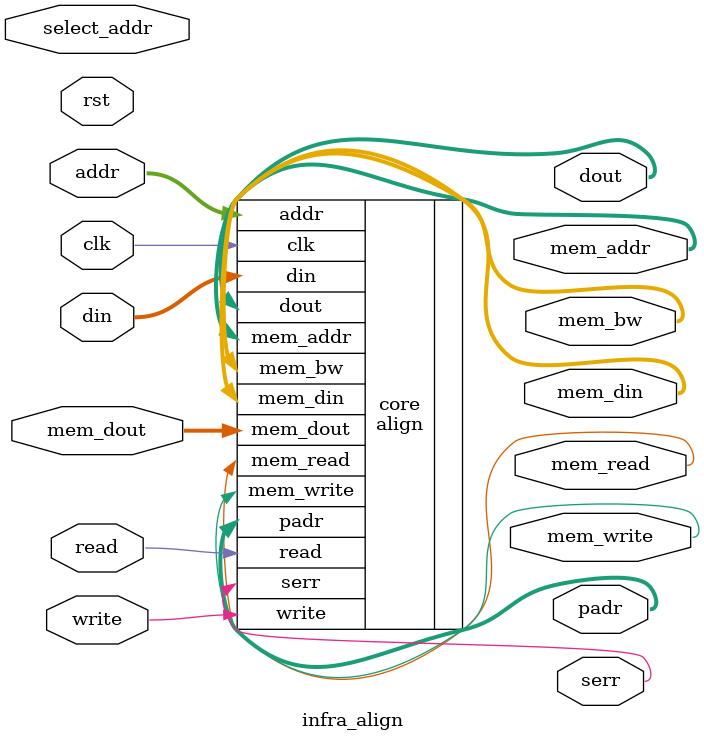
<source format=v>
module infra_align (read, write, addr, din, dout, serr, padr,
	            mem_read, mem_write, mem_addr, mem_bw, mem_din, mem_dout,
		    clk, rst,
		    select_addr);

  parameter WIDTH = 32;
  parameter PARITY = 1;
  parameter NUMADDR = 1024;
  parameter BITADDR = 10;
  parameter NUMWRDS = 4;
  parameter BITWRDS = 2;
  parameter NUMSROW = 256;
  parameter BITSROW = 8;
  parameter BITPADR = 10;
  parameter SRAM_DELAY = 2;

  parameter MEMWDTH = WIDTH+PARITY;

  input read;
  input write;
  input [BITADDR-1:0] addr;
  input [WIDTH-1:0] din;
  output [WIDTH-1:0] dout;
  output             serr;
  output [BITPADR-1:0] padr;

  output mem_read;
  output mem_write;
  output [BITSROW-1:0] mem_addr;
  output [NUMWRDS*MEMWDTH-1:0] mem_bw;
  output [NUMWRDS*MEMWDTH-1:0] mem_din;
  input [NUMWRDS*MEMWDTH-1:0] mem_dout;

  input clk;
  input rst;

  input [BITADDR-1:0] select_addr;

  align #(.WIDTH (WIDTH), .PARITY (PARITY), .NUMADDR (NUMADDR), .BITADDR (BITADDR),
          .NUMWRDS (NUMWRDS), .BITWRDS (BITWRDS), .NUMSROW (NUMSROW), .BITSROW (BITSROW), .BITPADR (BITPADR),
          .SRAM_DELAY (SRAM_DELAY))
    core (.read (read),
          .write (write),
          .addr (addr),
          .din (din),
          .dout (dout),
	  .serr (serr),
          .padr (padr),
          .mem_read (mem_read),
          .mem_write (mem_write),
          .mem_addr (mem_addr),
          .mem_bw (mem_bw),
          .mem_din (mem_din),
          .mem_dout (mem_dout),
          .clk (clk));

`ifdef FORMAL
assume_select_addr_range: assume property (@(posedge clk) disable iff (rst) (select_addr < NUMADDR));
assume_select_addr_stable: assume property (@(posedge clk) disable iff (rst) $stable(select_addr));

ip_top_sva_align #(
     .WIDTH       (WIDTH),
     .PARITY      (PARITY),
     .NUMADDR     (NUMADDR),
     .BITADDR     (BITADDR),
     .NUMWRDS     (NUMWRDS),
     .BITWRDS     (BITWRDS),
     .NUMSROW     (NUMSROW),
     .BITSROW     (BITSROW),
     .SRAM_DELAY  (SRAM_DELAY))
ip_top_sva (.*);

ip_top_sva_2_align #(
     .NUMADDR     (NUMADDR),
     .BITADDR     (BITADDR),
     .NUMSROW     (NUMSROW),
     .BITSROW     (BITSROW))
ip_top_sva_2 (.*);

`elsif SIM_SVA

genvar sva_int;
// generate for (sva_int=0; sva_int<WIDTH; sva_int=sva_int+1) begin
generate for (sva_int=0; sva_int<1; sva_int=sva_int+1) begin: sva_loop
  wire [BITADDR-1:0] help_addr = sva_int;
ip_top_sva_align #(
     .WIDTH       (WIDTH),
     .PARITY      (PARITY),
     .NUMADDR     (NUMADDR),
     .BITADDR     (BITADDR),
     .NUMWRDS     (NUMWRDS),
     .BITWRDS     (BITWRDS),
     .NUMSROW     (NUMSROW),
     .BITSROW     (BITSROW),
     .SRAM_DELAY  (SRAM_DELAY))
ip_top_sva (.select_addr(help_addr), .*);
end
endgenerate

ip_top_sva_2_align #(
     .NUMADDR     (NUMADDR),
     .BITADDR     (BITADDR),
     .NUMSROW     (NUMSROW),
     .BITSROW     (BITSROW))
ip_top_sva_2 (.*);

`endif

endmodule

</source>
